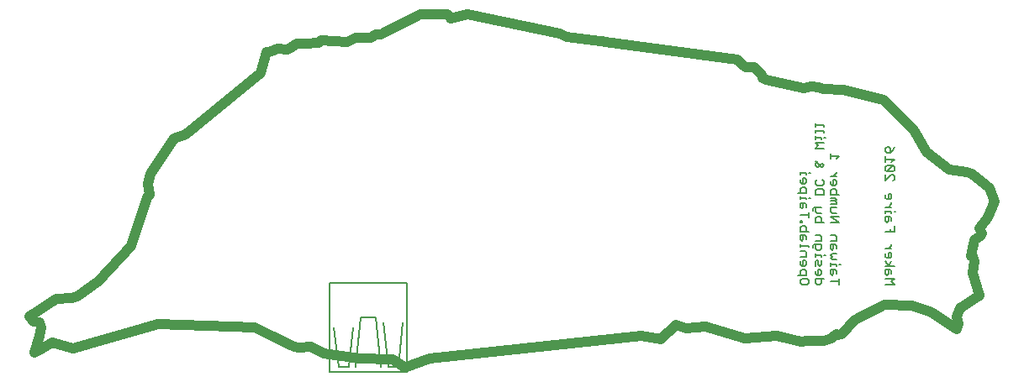
<source format=gbo>
G75*
%MOIN*%
%OFA0B0*%
%FSLAX25Y25*%
%IPPOS*%
%LPD*%
%AMOC8*
5,1,8,0,0,1.08239X$1,22.5*
%
%ADD10C,0.03937*%
%ADD11C,0.00600*%
%ADD12C,0.00500*%
D10*
X0004974Y0009109D02*
X0008599Y0010950D01*
X0012012Y0013073D01*
X0020437Y0010601D01*
X0054076Y0020536D01*
X0092243Y0018963D01*
X0098431Y0015952D01*
X0108143Y0011476D01*
X0109912Y0011213D01*
X0114802Y0011306D01*
X0119671Y0008854D01*
X0134060Y0006796D01*
X0146967Y0006303D01*
X0150922Y0003671D01*
X0151577Y0002969D01*
X0161775Y0006582D01*
X0245825Y0015700D01*
X0253165Y0014374D01*
X0259311Y0020006D01*
X0263180Y0018804D01*
X0270943Y0019477D01*
X0286810Y0014558D01*
X0299270Y0015622D01*
X0308845Y0013542D01*
X0308930Y0013467D01*
X0311089Y0013740D01*
X0318065Y0013816D01*
X0321132Y0014655D01*
X0321638Y0015247D01*
X0322931Y0016264D01*
X0323020Y0016016D01*
X0324853Y0016501D01*
X0330392Y0021906D01*
X0342077Y0028031D01*
X0353020Y0027689D01*
X0360740Y0025035D01*
X0370728Y0018385D01*
X0371257Y0020372D01*
X0370657Y0023426D01*
X0371864Y0026800D01*
X0379743Y0031591D01*
X0376924Y0040714D01*
X0377752Y0045360D01*
X0377079Y0047445D01*
X0376169Y0047263D01*
X0377808Y0053836D01*
X0380062Y0055367D01*
X0380584Y0056546D01*
X0379620Y0058503D01*
X0382952Y0062872D01*
X0385808Y0069039D01*
X0383706Y0074413D01*
X0376649Y0080131D01*
X0374773Y0080843D01*
X0367564Y0081598D01*
X0358804Y0088618D01*
X0353819Y0097347D01*
X0341607Y0109350D01*
X0325589Y0113339D01*
X0317606Y0113753D01*
X0316135Y0114347D01*
X0313058Y0114855D01*
X0310020Y0114020D01*
X0294941Y0117395D01*
X0293793Y0118198D01*
X0293487Y0119284D01*
X0290434Y0122393D01*
X0286944Y0122475D01*
X0285560Y0123455D01*
X0283608Y0125527D01*
X0231200Y0132369D01*
X0230011Y0132615D01*
X0229560Y0132708D01*
X0229315Y0132749D01*
X0215829Y0134457D01*
X0213304Y0135804D01*
X0176592Y0143247D01*
X0170106Y0141704D01*
X0170004Y0142058D01*
X0168573Y0143432D01*
X0158076Y0143427D01*
X0142368Y0135463D01*
X0140410Y0135354D01*
X0138447Y0134109D01*
X0138318Y0134087D01*
X0137049Y0134116D01*
X0135817Y0134202D01*
X0132277Y0133918D01*
X0128857Y0132523D01*
X0118701Y0133075D01*
X0117754Y0132026D01*
X0117246Y0132129D01*
X0112555Y0131641D01*
X0109109Y0131799D01*
X0107928Y0131048D01*
X0106952Y0130245D01*
X0106108Y0129590D01*
X0106104Y0129591D01*
X0105437Y0129521D01*
X0101328Y0129736D01*
X0098882Y0128656D01*
X0097099Y0128276D01*
X0094714Y0120070D01*
X0065133Y0095796D01*
X0060444Y0094109D01*
X0051011Y0080057D01*
X0049954Y0076188D01*
X0050766Y0071772D01*
X0049598Y0070575D01*
X0043314Y0051470D01*
X0030316Y0037253D01*
X0022016Y0031439D01*
X0019812Y0030848D01*
X0013521Y0030544D01*
X0002969Y0023486D01*
X0004626Y0021255D01*
X0006861Y0020949D01*
X0007519Y0019204D01*
X0007160Y0015699D01*
X0004974Y0009109D01*
D11*
X0307499Y0039852D02*
X0310902Y0039852D01*
X0310902Y0041554D01*
X0310335Y0042121D01*
X0309201Y0042121D01*
X0308634Y0041554D01*
X0308634Y0039852D01*
X0309201Y0038438D02*
X0311469Y0038438D01*
X0312037Y0037871D01*
X0312037Y0036736D01*
X0311469Y0036169D01*
X0309201Y0036169D01*
X0308634Y0036736D01*
X0308634Y0037871D01*
X0309201Y0038438D01*
X0314634Y0038438D02*
X0314634Y0036736D01*
X0315201Y0036169D01*
X0316335Y0036169D01*
X0316902Y0036736D01*
X0316902Y0038438D01*
X0318037Y0038438D02*
X0314634Y0038438D01*
X0315201Y0039852D02*
X0314634Y0040419D01*
X0314634Y0041554D01*
X0315768Y0042121D02*
X0315768Y0039852D01*
X0316335Y0039852D02*
X0316902Y0040419D01*
X0316902Y0041554D01*
X0316335Y0042121D01*
X0315768Y0042121D01*
X0316335Y0043535D02*
X0316902Y0044103D01*
X0316902Y0045804D01*
X0315768Y0045237D02*
X0315201Y0045804D01*
X0314634Y0045237D01*
X0314634Y0043535D01*
X0315768Y0044103D02*
X0316335Y0043535D01*
X0315768Y0044103D02*
X0315768Y0045237D01*
X0320634Y0044670D02*
X0320634Y0043535D01*
X0320634Y0044103D02*
X0322902Y0044103D01*
X0322902Y0043535D01*
X0324037Y0044103D02*
X0324604Y0044103D01*
X0322902Y0045991D02*
X0321201Y0045991D01*
X0320634Y0046558D01*
X0321201Y0047125D01*
X0320634Y0047692D01*
X0321201Y0048260D01*
X0322902Y0048260D01*
X0321201Y0049674D02*
X0321768Y0050241D01*
X0321768Y0051943D01*
X0322335Y0051943D02*
X0320634Y0051943D01*
X0320634Y0050241D01*
X0321201Y0049674D01*
X0322902Y0050241D02*
X0322902Y0051376D01*
X0322335Y0051943D01*
X0322902Y0053357D02*
X0320634Y0053357D01*
X0322902Y0053357D02*
X0322902Y0055059D01*
X0322335Y0055626D01*
X0320634Y0055626D01*
X0316902Y0055059D02*
X0316902Y0053357D01*
X0314634Y0053357D01*
X0314634Y0051943D02*
X0314634Y0050241D01*
X0315201Y0049674D01*
X0316335Y0049674D01*
X0316902Y0050241D01*
X0316902Y0051943D01*
X0314067Y0051943D01*
X0313499Y0051376D01*
X0313499Y0050808D01*
X0312037Y0050902D02*
X0312037Y0051469D01*
X0308634Y0051469D01*
X0308634Y0050902D02*
X0308634Y0052036D01*
X0309201Y0053357D02*
X0309768Y0053924D01*
X0309768Y0055626D01*
X0310335Y0055626D02*
X0308634Y0055626D01*
X0308634Y0053924D01*
X0309201Y0053357D01*
X0310902Y0053924D02*
X0310902Y0055059D01*
X0310335Y0055626D01*
X0310902Y0057040D02*
X0310902Y0058742D01*
X0310335Y0059309D01*
X0309201Y0059309D01*
X0308634Y0058742D01*
X0308634Y0057040D01*
X0312037Y0057040D01*
X0314634Y0055626D02*
X0316335Y0055626D01*
X0316902Y0055059D01*
X0316902Y0060723D02*
X0316902Y0062425D01*
X0316335Y0062992D01*
X0315201Y0062992D01*
X0314634Y0062425D01*
X0314634Y0060723D01*
X0318037Y0060723D01*
X0320634Y0060723D02*
X0324037Y0060723D01*
X0320634Y0062992D01*
X0324037Y0062992D01*
X0322902Y0064407D02*
X0321201Y0064407D01*
X0320634Y0064974D01*
X0320634Y0066675D01*
X0322902Y0066675D01*
X0322902Y0068090D02*
X0320634Y0068090D01*
X0320634Y0069224D02*
X0322335Y0069224D01*
X0322902Y0069791D01*
X0322335Y0070358D01*
X0320634Y0070358D01*
X0320634Y0071773D02*
X0320634Y0073474D01*
X0321201Y0074042D01*
X0322335Y0074042D01*
X0322902Y0073474D01*
X0322902Y0071773D01*
X0324037Y0071773D02*
X0320634Y0071773D01*
X0318037Y0071773D02*
X0318037Y0073474D01*
X0317469Y0074042D01*
X0315201Y0074042D01*
X0314634Y0073474D01*
X0314634Y0071773D01*
X0318037Y0071773D01*
X0312604Y0070498D02*
X0312037Y0070498D01*
X0310902Y0070498D02*
X0310902Y0069931D01*
X0310902Y0070498D02*
X0308634Y0070498D01*
X0308634Y0069931D02*
X0308634Y0071066D01*
X0308634Y0072387D02*
X0308634Y0074088D01*
X0309201Y0074655D01*
X0310335Y0074655D01*
X0310902Y0074088D01*
X0310902Y0072387D01*
X0307499Y0072387D01*
X0309201Y0076070D02*
X0310335Y0076070D01*
X0310902Y0076637D01*
X0310902Y0077771D01*
X0310335Y0078339D01*
X0309768Y0078339D01*
X0309768Y0076070D01*
X0309201Y0076070D02*
X0308634Y0076637D01*
X0308634Y0077771D01*
X0308634Y0079753D02*
X0308634Y0080887D01*
X0308634Y0080320D02*
X0310902Y0080320D01*
X0310902Y0079753D01*
X0312037Y0080320D02*
X0312604Y0080320D01*
X0315201Y0077725D02*
X0314634Y0077158D01*
X0314634Y0076023D01*
X0315201Y0075456D01*
X0317469Y0075456D01*
X0318037Y0076023D01*
X0318037Y0077158D01*
X0317469Y0077725D01*
X0320634Y0077158D02*
X0320634Y0076023D01*
X0321201Y0075456D01*
X0322335Y0075456D01*
X0322902Y0076023D01*
X0322902Y0077158D01*
X0322335Y0077725D01*
X0321768Y0077725D01*
X0321768Y0075456D01*
X0321768Y0079139D02*
X0322902Y0080274D01*
X0322902Y0080841D01*
X0322902Y0079139D02*
X0320634Y0079139D01*
X0317469Y0082822D02*
X0316902Y0082822D01*
X0314634Y0085091D01*
X0315768Y0085091D02*
X0314634Y0083957D01*
X0314634Y0083390D01*
X0315201Y0082822D01*
X0315768Y0082822D01*
X0316902Y0083957D01*
X0317469Y0083957D01*
X0318037Y0083390D01*
X0317469Y0082822D01*
X0320634Y0085892D02*
X0320634Y0088160D01*
X0320634Y0087026D02*
X0324037Y0087026D01*
X0322902Y0085892D01*
X0318037Y0090189D02*
X0314634Y0090189D01*
X0315768Y0091323D01*
X0314634Y0092457D01*
X0318037Y0092457D01*
X0316902Y0093872D02*
X0316902Y0094439D01*
X0314634Y0094439D01*
X0314634Y0093872D02*
X0314634Y0095006D01*
X0314634Y0096327D02*
X0314634Y0097462D01*
X0314634Y0096894D02*
X0318037Y0096894D01*
X0318037Y0096327D01*
X0318037Y0094439D02*
X0318604Y0094439D01*
X0318037Y0098783D02*
X0318037Y0099350D01*
X0314634Y0099350D01*
X0314634Y0098783D02*
X0314634Y0099917D01*
X0342492Y0090048D02*
X0342492Y0088914D01*
X0343059Y0088347D01*
X0344193Y0088347D01*
X0344193Y0090048D01*
X0343626Y0090616D01*
X0343059Y0090616D01*
X0342492Y0090048D01*
X0344193Y0088347D02*
X0345328Y0089481D01*
X0345895Y0090616D01*
X0342492Y0086933D02*
X0342492Y0084664D01*
X0342492Y0085798D02*
X0345895Y0085798D01*
X0344761Y0084664D01*
X0345328Y0083249D02*
X0343059Y0080981D01*
X0342492Y0081548D01*
X0342492Y0082682D01*
X0343059Y0083249D01*
X0345328Y0083249D01*
X0345895Y0082682D01*
X0345895Y0081548D01*
X0345328Y0080981D01*
X0343059Y0080981D01*
X0342492Y0079566D02*
X0342492Y0077298D01*
X0344761Y0079566D01*
X0345328Y0079566D01*
X0345895Y0078999D01*
X0345895Y0077865D01*
X0345328Y0077298D01*
X0344193Y0072200D02*
X0343626Y0072200D01*
X0343626Y0069931D01*
X0343059Y0069931D02*
X0344193Y0069931D01*
X0344761Y0070498D01*
X0344761Y0071633D01*
X0344193Y0072200D01*
X0342492Y0071633D02*
X0342492Y0070498D01*
X0343059Y0069931D01*
X0344761Y0068563D02*
X0344761Y0067996D01*
X0343626Y0066862D01*
X0342492Y0066862D02*
X0344761Y0066862D01*
X0344761Y0064974D02*
X0342492Y0064974D01*
X0342492Y0064407D02*
X0342492Y0065541D01*
X0344761Y0064974D02*
X0344761Y0064407D01*
X0345895Y0064974D02*
X0346462Y0064974D01*
X0344193Y0062992D02*
X0342492Y0062992D01*
X0342492Y0061291D01*
X0343059Y0060723D01*
X0343626Y0061291D01*
X0343626Y0062992D01*
X0344193Y0062992D02*
X0344761Y0062425D01*
X0344761Y0061291D01*
X0345895Y0059309D02*
X0345895Y0057040D01*
X0342492Y0057040D01*
X0344193Y0057040D02*
X0344193Y0058175D01*
X0344761Y0051989D02*
X0344761Y0051422D01*
X0343626Y0050288D01*
X0342492Y0050288D02*
X0344761Y0050288D01*
X0344193Y0048873D02*
X0343626Y0048873D01*
X0343626Y0046605D01*
X0343059Y0046605D02*
X0344193Y0046605D01*
X0344761Y0047172D01*
X0344761Y0048306D01*
X0344193Y0048873D01*
X0342492Y0048306D02*
X0342492Y0047172D01*
X0343059Y0046605D01*
X0342492Y0045237D02*
X0343626Y0043535D01*
X0344761Y0045237D01*
X0345895Y0043535D02*
X0342492Y0043535D01*
X0342492Y0042121D02*
X0342492Y0040419D01*
X0343059Y0039852D01*
X0343626Y0040419D01*
X0343626Y0042121D01*
X0344193Y0042121D02*
X0342492Y0042121D01*
X0344193Y0042121D02*
X0344761Y0041554D01*
X0344761Y0040419D01*
X0345895Y0038438D02*
X0342492Y0038438D01*
X0344761Y0037303D02*
X0345895Y0038438D01*
X0344761Y0037303D02*
X0345895Y0036169D01*
X0342492Y0036169D01*
X0324037Y0036169D02*
X0324037Y0038438D01*
X0324037Y0037303D02*
X0320634Y0037303D01*
X0321201Y0039852D02*
X0321768Y0040419D01*
X0321768Y0042121D01*
X0322335Y0042121D02*
X0320634Y0042121D01*
X0320634Y0040419D01*
X0321201Y0039852D01*
X0322902Y0040419D02*
X0322902Y0041554D01*
X0322335Y0042121D01*
X0316335Y0039852D02*
X0315201Y0039852D01*
X0310902Y0044103D02*
X0310335Y0043535D01*
X0309201Y0043535D01*
X0308634Y0044103D01*
X0308634Y0045237D01*
X0309768Y0045804D02*
X0309768Y0043535D01*
X0310902Y0044103D02*
X0310902Y0045237D01*
X0310335Y0045804D01*
X0309768Y0045804D01*
X0310902Y0047219D02*
X0310902Y0048920D01*
X0310335Y0049487D01*
X0308634Y0049487D01*
X0308634Y0047219D02*
X0310902Y0047219D01*
X0314634Y0047219D02*
X0314634Y0048353D01*
X0314634Y0047786D02*
X0316902Y0047786D01*
X0316902Y0047219D01*
X0318037Y0047786D02*
X0318604Y0047786D01*
X0309201Y0060723D02*
X0309201Y0061291D01*
X0308634Y0061291D01*
X0308634Y0060723D01*
X0309201Y0060723D01*
X0312037Y0062565D02*
X0312037Y0064834D01*
X0312037Y0063699D02*
X0308634Y0063699D01*
X0313499Y0065541D02*
X0313499Y0066108D01*
X0314067Y0066675D01*
X0316902Y0066675D01*
X0314634Y0066675D02*
X0314634Y0064974D01*
X0315201Y0064407D01*
X0316902Y0064407D01*
X0310902Y0066815D02*
X0310902Y0067950D01*
X0310335Y0068517D01*
X0308634Y0068517D01*
X0308634Y0066815D01*
X0309201Y0066248D01*
X0309768Y0066815D01*
X0309768Y0068517D01*
X0322335Y0069224D02*
X0322902Y0068657D01*
X0322902Y0068090D01*
D12*
X0152726Y0036818D02*
X0152726Y0001385D01*
X0122017Y0001385D01*
X0122017Y0036818D01*
X0152726Y0036818D01*
X0140324Y0023038D02*
X0134419Y0023038D01*
X0132450Y0003353D01*
X0129497Y0003353D02*
X0131466Y0019101D01*
X0123592Y0019101D02*
X0125560Y0003353D01*
X0129497Y0003353D01*
X0142293Y0003353D02*
X0140324Y0023038D01*
X0143277Y0021070D02*
X0145245Y0003353D01*
X0149182Y0003353D01*
X0151151Y0021070D01*
M02*

</source>
